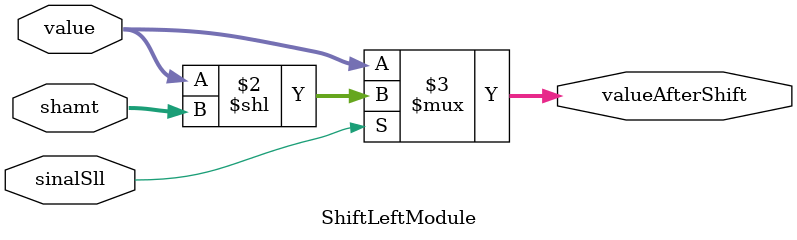
<source format=v>
module ShiftLeftModule(value, shamt, sinalSll, valueAfterShift);

input [31:0] value;
input [4:0] shamt;
input [0:0] sinalSll;
output [31:0] valueAfterShift;

wire [31:0] value;
wire [4:0] shamt;
wire [0:0] sinalSll;
wire [31:0] valueAfterShift;


assign valueAfterShift [31:0] = sinalSll==1? (value<<shamt) : value;
//reg [27:0] valueAfterShift;

endmodule
</source>
